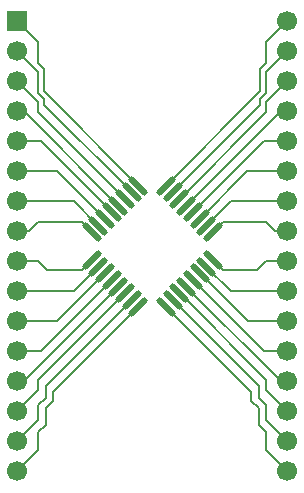
<source format=gtl>
G04 #@! TF.GenerationSoftware,KiCad,Pcbnew,9.0.6*
G04 #@! TF.CreationDate,2026-01-07T21:29:58-06:00*
G04 #@! TF.ProjectId,QFP-32_7x7_P0.8,5146502d-3332-45f3-9778-375f50302e38,rev?*
G04 #@! TF.SameCoordinates,Original*
G04 #@! TF.FileFunction,Copper,L1,Top*
G04 #@! TF.FilePolarity,Positive*
%FSLAX46Y46*%
G04 Gerber Fmt 4.6, Leading zero omitted, Abs format (unit mm)*
G04 Created by KiCad (PCBNEW 9.0.6) date 2026-01-07 21:29:58*
%MOMM*%
%LPD*%
G01*
G04 APERTURE LIST*
G04 Aperture macros list*
%AMRoundRect*
0 Rectangle with rounded corners*
0 $1 Rounding radius*
0 $2 $3 $4 $5 $6 $7 $8 $9 X,Y pos of 4 corners*
0 Add a 4 corners polygon primitive as box body*
4,1,4,$2,$3,$4,$5,$6,$7,$8,$9,$2,$3,0*
0 Add four circle primitives for the rounded corners*
1,1,$1+$1,$2,$3*
1,1,$1+$1,$4,$5*
1,1,$1+$1,$6,$7*
1,1,$1+$1,$8,$9*
0 Add four rect primitives between the rounded corners*
20,1,$1+$1,$2,$3,$4,$5,0*
20,1,$1+$1,$4,$5,$6,$7,0*
20,1,$1+$1,$6,$7,$8,$9,0*
20,1,$1+$1,$8,$9,$2,$3,0*%
G04 Aperture macros list end*
G04 #@! TA.AperFunction,SMDPad,CuDef*
%ADD10RoundRect,0.137500X-0.707107X0.512652X0.512652X-0.707107X0.707107X-0.512652X-0.512652X0.707107X0*%
G04 #@! TD*
G04 #@! TA.AperFunction,SMDPad,CuDef*
%ADD11RoundRect,0.137500X-0.707107X-0.512652X-0.512652X-0.707107X0.707107X0.512652X0.512652X0.707107X0*%
G04 #@! TD*
G04 #@! TA.AperFunction,ComponentPad*
%ADD12R,1.700000X1.700000*%
G04 #@! TD*
G04 #@! TA.AperFunction,ComponentPad*
%ADD13C,1.700000*%
G04 #@! TD*
G04 #@! TA.AperFunction,Conductor*
%ADD14C,0.200000*%
G04 #@! TD*
G04 APERTURE END LIST*
D10*
X137261506Y-115521708D03*
X136695821Y-116087393D03*
X136130135Y-116653079D03*
X135564450Y-117218764D03*
X134998764Y-117784450D03*
X134433079Y-118350135D03*
X133867393Y-118915821D03*
X133301708Y-119481506D03*
D11*
X133301708Y-121818494D03*
X133867393Y-122384179D03*
X134433079Y-122949865D03*
X134998764Y-123515550D03*
X135564450Y-124081236D03*
X136130135Y-124646921D03*
X136695821Y-125212607D03*
X137261506Y-125778292D03*
D10*
X139598494Y-125778292D03*
X140164179Y-125212607D03*
X140729865Y-124646921D03*
X141295550Y-124081236D03*
X141861236Y-123515550D03*
X142426921Y-122949865D03*
X142992607Y-122384179D03*
X143558292Y-121818494D03*
D11*
X143558292Y-119481506D03*
X142992607Y-118915821D03*
X142426921Y-118350135D03*
X141861236Y-117784450D03*
X141295550Y-117218764D03*
X140729865Y-116653079D03*
X140164179Y-116087393D03*
X139598494Y-115521708D03*
D12*
X127000000Y-101600000D03*
D13*
X127000000Y-104140000D03*
X127000000Y-106680000D03*
X127000000Y-109220000D03*
X127000000Y-111760000D03*
X127000000Y-114300000D03*
X127000000Y-116840000D03*
X127000000Y-119380000D03*
X127000000Y-121920000D03*
X127000000Y-124460000D03*
X127000000Y-127000000D03*
X127000000Y-129540000D03*
X127000000Y-132080000D03*
X127000000Y-134620000D03*
X127000000Y-137160000D03*
X127000000Y-139700000D03*
X149860000Y-101600000D03*
X149860000Y-104140000D03*
X149860000Y-106680000D03*
X149860000Y-109220000D03*
X149860000Y-111760000D03*
X149860000Y-114300000D03*
X149860000Y-116840000D03*
X149860000Y-119380000D03*
X149860000Y-121920000D03*
X149860000Y-124460000D03*
X149860000Y-127000000D03*
X149860000Y-129540000D03*
X149860000Y-132080000D03*
X149860000Y-134620000D03*
X149860000Y-137160000D03*
X149860000Y-139700000D03*
D14*
X142440432Y-118348633D02*
X146488925Y-114300140D01*
X146488925Y-114300140D02*
X149873511Y-114300140D01*
X133867393Y-122384179D02*
X131789930Y-124461642D01*
X131789930Y-124461642D02*
X127000000Y-124461642D01*
X128778000Y-109300944D02*
X128778000Y-108459642D01*
X136130135Y-116653079D02*
X128778000Y-109300944D01*
X127000000Y-106681642D02*
X128778000Y-108459642D01*
X134433079Y-118350135D02*
X130384586Y-114301642D01*
X130384586Y-114301642D02*
X127000000Y-114301642D01*
X128014358Y-119381642D02*
X127000000Y-119381642D01*
X132438202Y-118618000D02*
X128778000Y-118618000D01*
X128778000Y-118618000D02*
X128014358Y-119381642D01*
X133301708Y-119481506D02*
X132438202Y-118618000D01*
X137261506Y-115521708D02*
X129286000Y-107546202D01*
X129286000Y-107546202D02*
X129286000Y-105664000D01*
X128778000Y-103379642D02*
X127000000Y-101601642D01*
X129286000Y-105664000D02*
X128778000Y-105156000D01*
X128778000Y-105156000D02*
X128778000Y-103379642D01*
X147587511Y-108676070D02*
X147587511Y-108202498D01*
X148095511Y-107694498D02*
X148095511Y-105918140D01*
X140177690Y-116085891D02*
X147587511Y-108676070D01*
X148095511Y-105918140D02*
X149873511Y-104140140D01*
X147587511Y-108202498D02*
X148095511Y-107694498D01*
X133867393Y-118915821D02*
X131793214Y-116841642D01*
X131793214Y-116841642D02*
X127000000Y-116841642D01*
X141874747Y-117782948D02*
X147897555Y-111760140D01*
X147897555Y-111760140D02*
X149873511Y-111760140D01*
X136695821Y-116087393D02*
X129286000Y-108677572D01*
X128778000Y-107696000D02*
X128778000Y-105919642D01*
X129286000Y-108204000D02*
X128778000Y-107696000D01*
X129286000Y-108677572D02*
X129286000Y-108204000D01*
X128778000Y-105919642D02*
X127000000Y-104141642D01*
X148095511Y-103378140D02*
X149873511Y-101600140D01*
X147587511Y-105662498D02*
X148095511Y-105154498D01*
X147587511Y-107544700D02*
X147587511Y-105662498D01*
X148095511Y-105154498D02*
X148095511Y-103378140D01*
X139612005Y-115520206D02*
X147587511Y-107544700D01*
X148095511Y-121918498D02*
X149871869Y-121918498D01*
X147333511Y-122680498D02*
X148095511Y-121918498D01*
X149871869Y-121918498D02*
X149873511Y-121920140D01*
X144435309Y-122680498D02*
X147333511Y-122680498D01*
X143571803Y-121816992D02*
X144435309Y-122680498D01*
X145083581Y-124460140D02*
X149873511Y-124460140D01*
X143006118Y-122382677D02*
X145083581Y-124460140D01*
X148095511Y-131997554D02*
X148095511Y-132842140D01*
X140743376Y-124645419D02*
X148095511Y-131997554D01*
X148095511Y-132842140D02*
X149873511Y-134620140D01*
X149309467Y-132080140D02*
X149873511Y-132080140D01*
X141309061Y-124079734D02*
X149309467Y-132080140D01*
X147460511Y-132493926D02*
X147460511Y-133475498D01*
X140177690Y-125211105D02*
X147460511Y-132493926D01*
X148095511Y-134110498D02*
X148095511Y-135382140D01*
X148095511Y-135382140D02*
X149873511Y-137160140D01*
X147460511Y-133475498D02*
X148095511Y-134110498D01*
X129540000Y-122682000D02*
X128778000Y-121920000D01*
X132438202Y-122682000D02*
X129540000Y-122682000D01*
X133301708Y-121818494D02*
X132438202Y-122682000D01*
X128778000Y-121920000D02*
X127001642Y-121920000D01*
X127001642Y-121920000D02*
X127000000Y-121921642D01*
X136130135Y-124646921D02*
X128778000Y-131999056D01*
X128778000Y-132843642D02*
X127000000Y-134621642D01*
X128778000Y-131999056D02*
X128778000Y-132843642D01*
X143006118Y-118914319D02*
X145080297Y-116840140D01*
X145080297Y-116840140D02*
X149873511Y-116840140D01*
X141874747Y-123514048D02*
X147900839Y-129540140D01*
X147900839Y-129540140D02*
X149873511Y-129540140D01*
X129413000Y-135763000D02*
X128778000Y-136398000D01*
X137261506Y-125778292D02*
X130048000Y-132991798D01*
X128778000Y-136398000D02*
X128778000Y-137923642D01*
X128778000Y-137923642D02*
X127000000Y-139701642D01*
X129413000Y-134366000D02*
X129413000Y-135763000D01*
X130048000Y-133731000D02*
X129413000Y-134366000D01*
X130048000Y-132991798D02*
X130048000Y-133731000D01*
X141309061Y-117217262D02*
X149306183Y-109220140D01*
X149306183Y-109220140D02*
X149873511Y-109220140D01*
X129413000Y-133477000D02*
X128778000Y-134112000D01*
X129413000Y-132495428D02*
X129413000Y-133477000D01*
X128778000Y-135383642D02*
X127000000Y-137161642D01*
X136695821Y-125212607D02*
X129413000Y-132495428D01*
X128778000Y-134112000D02*
X128778000Y-135383642D01*
X148859153Y-119380140D02*
X149873511Y-119380140D01*
X144435309Y-118616498D02*
X148095511Y-118616498D01*
X143571803Y-119480004D02*
X144435309Y-118616498D01*
X148095511Y-118616498D02*
X148859153Y-119380140D01*
X149873511Y-106680140D02*
X148095511Y-108458140D01*
X140743376Y-116651577D02*
X148095511Y-109299442D01*
X148095511Y-109299442D02*
X148095511Y-108458140D01*
X139612005Y-125776790D02*
X146825511Y-132990296D01*
X147460511Y-134364498D02*
X147460511Y-135761498D01*
X148095511Y-136396498D02*
X148095511Y-137922140D01*
X146825511Y-132990296D02*
X146825511Y-133729498D01*
X146825511Y-133729498D02*
X147460511Y-134364498D01*
X147460511Y-135761498D02*
X148095511Y-136396498D01*
X148095511Y-137922140D02*
X149873511Y-139700140D01*
X134998764Y-117784450D02*
X128975956Y-111761642D01*
X128975956Y-111761642D02*
X127000000Y-111761642D01*
X135564450Y-117218764D02*
X127567328Y-109221642D01*
X127567328Y-109221642D02*
X127000000Y-109221642D01*
X135564450Y-124081236D02*
X127564044Y-132081642D01*
X127564044Y-132081642D02*
X127000000Y-132081642D01*
X128972672Y-129541642D02*
X127000000Y-129541642D01*
X134998764Y-123515550D02*
X128972672Y-129541642D01*
X130381302Y-127001642D02*
X127000000Y-127001642D01*
X134433079Y-122949865D02*
X130381302Y-127001642D01*
X146492209Y-127000140D02*
X149873511Y-127000140D01*
X142440432Y-122948363D02*
X146492209Y-127000140D01*
M02*

</source>
